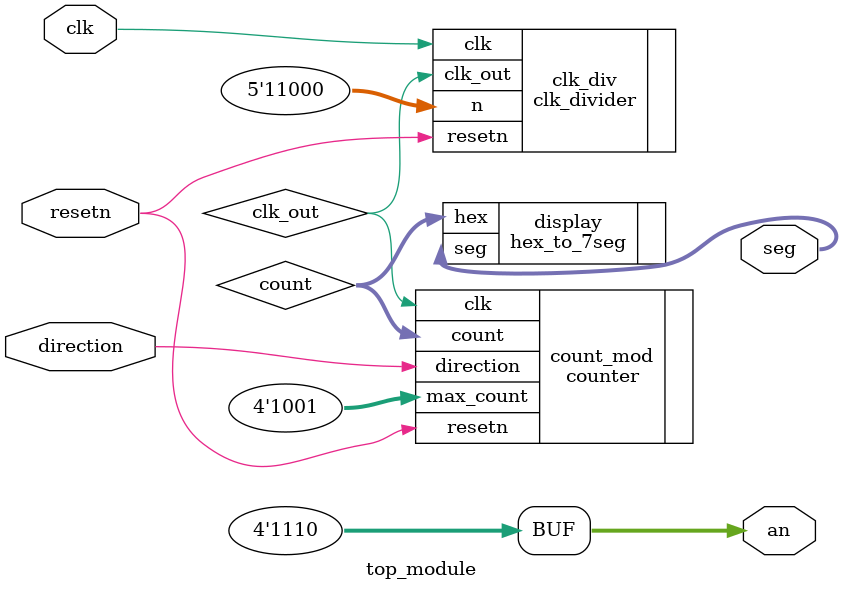
<source format=v>
module top_module(
    input clk,
    input resetn,
    input direction,
    output [7:0] seg,
    output [3:0] an
);
    wire clk_out;
    wire [3:0] count;

    // 实例化 32 位分频器
    clk_divider clk_div(
        .clk(clk),
        .resetn(resetn),
        .n(5'd24),          // 经过不断测试 24 比较好，可以观察，太大太慢，太小太快，观察不到
        .clk_out(clk_out)
    );

    // 实例化 4 位加/减法计数器
    counter count_mod(
        .clk(clk_out),
        .resetn(resetn),
        .direction(direction),
        .max_count(4'd9),   // 模 10 计数器
        .count(count)
    );

    // 实例化数码管显示模块
    hex_to_7seg display(
        .hex(count),
        .seg(seg)
    );

    assign an = 4'b1110; // 激活数码管的一个位置
endmodule

</source>
